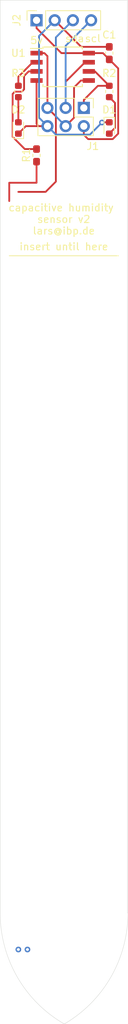
<source format=kicad_pcb>
(kicad_pcb (version 20171130) (host pcbnew "(5.1.2-1)-1")

  (general
    (thickness 1.6)
    (drawings 11)
    (tracks 85)
    (zones 0)
    (modules 9)
    (nets 12)
  )

  (page A4)
  (layers
    (0 F.Cu signal)
    (31 B.Cu signal)
    (32 B.Adhes user)
    (33 F.Adhes user)
    (34 B.Paste user)
    (35 F.Paste user)
    (36 B.SilkS user)
    (37 F.SilkS user)
    (38 B.Mask user)
    (39 F.Mask user)
    (40 Dwgs.User user)
    (41 Cmts.User user)
    (42 Eco1.User user)
    (43 Eco2.User user)
    (44 Edge.Cuts user)
    (45 Margin user)
    (46 B.CrtYd user)
    (47 F.CrtYd user)
    (48 B.Fab user)
    (49 F.Fab user)
  )

  (setup
    (last_trace_width 0.25)
    (trace_clearance 0.2)
    (zone_clearance 0.508)
    (zone_45_only no)
    (trace_min 0.2)
    (via_size 0.8)
    (via_drill 0.4)
    (via_min_size 0.4)
    (via_min_drill 0.3)
    (uvia_size 0.3)
    (uvia_drill 0.1)
    (uvias_allowed no)
    (uvia_min_size 0.2)
    (uvia_min_drill 0.1)
    (edge_width 0.05)
    (segment_width 0.2)
    (pcb_text_width 0.3)
    (pcb_text_size 1.5 1.5)
    (mod_edge_width 0.12)
    (mod_text_size 1 1)
    (mod_text_width 0.15)
    (pad_size 1.524 1.524)
    (pad_drill 0.762)
    (pad_to_mask_clearance 0.051)
    (solder_mask_min_width 0.25)
    (aux_axis_origin 0 0)
    (visible_elements FFFFFF7F)
    (pcbplotparams
      (layerselection 0x010fc_ffffffff)
      (usegerberextensions false)
      (usegerberattributes false)
      (usegerberadvancedattributes false)
      (creategerberjobfile false)
      (excludeedgelayer true)
      (linewidth 0.100000)
      (plotframeref false)
      (viasonmask false)
      (mode 1)
      (useauxorigin false)
      (hpglpennumber 1)
      (hpglpenspeed 20)
      (hpglpendiameter 15.000000)
      (psnegative false)
      (psa4output false)
      (plotreference true)
      (plotvalue true)
      (plotinvisibletext false)
      (padsonsilk false)
      (subtractmaskfromsilk false)
      (outputformat 1)
      (mirror false)
      (drillshape 0)
      (scaleselection 1)
      (outputdirectory "gerber"))
  )

  (net 0 "")
  (net 1 GND)
  (net 2 "Net-(D1-Pad2)")
  (net 3 "Net-(D2-Pad2)")
  (net 4 +5V)
  (net 5 /SCL)
  (net 6 /SDA)
  (net 7 /RESET)
  (net 8 /SENSE_N)
  (net 9 /MISO)
  (net 10 /PB3)
  (net 11 "Net-(R1-Pad1)")

  (net_class Default "This is the default net class."
    (clearance 0.2)
    (trace_width 0.25)
    (via_dia 0.8)
    (via_drill 0.4)
    (uvia_dia 0.3)
    (uvia_drill 0.1)
    (add_net +5V)
    (add_net /MISO)
    (add_net /PB3)
    (add_net /RESET)
    (add_net /SCL)
    (add_net /SDA)
    (add_net /SENSE_N)
    (add_net GND)
    (add_net "Net-(D1-Pad2)")
    (add_net "Net-(D2-Pad2)")
    (add_net "Net-(R1-Pad1)")
  )

  (module LED_SMD:LED_0603_1608Metric (layer F.Cu) (tedit 5B301BBE) (tstamp 5CDD2B3A)
    (at 127 43.18 270)
    (descr "LED SMD 0603 (1608 Metric), square (rectangular) end terminal, IPC_7351 nominal, (Body size source: http://www.tortai-tech.com/upload/download/2011102023233369053.pdf), generated with kicad-footprint-generator")
    (tags diode)
    (path /5CD1AA95)
    (attr smd)
    (fp_text reference D1 (at -2.54 0 180) (layer F.SilkS)
      (effects (font (size 1 1) (thickness 0.15)))
    )
    (fp_text value LED (at 0 -1.524 90) (layer F.Fab)
      (effects (font (size 1 1) (thickness 0.15)))
    )
    (fp_line (start 0.8 -0.4) (end -0.5 -0.4) (layer F.Fab) (width 0.1))
    (fp_line (start -0.5 -0.4) (end -0.8 -0.1) (layer F.Fab) (width 0.1))
    (fp_line (start -0.8 -0.1) (end -0.8 0.4) (layer F.Fab) (width 0.1))
    (fp_line (start -0.8 0.4) (end 0.8 0.4) (layer F.Fab) (width 0.1))
    (fp_line (start 0.8 0.4) (end 0.8 -0.4) (layer F.Fab) (width 0.1))
    (fp_line (start 0.8 -0.735) (end -1.485 -0.735) (layer F.SilkS) (width 0.12))
    (fp_line (start -1.485 -0.735) (end -1.485 0.735) (layer F.SilkS) (width 0.12))
    (fp_line (start -1.485 0.735) (end 0.8 0.735) (layer F.SilkS) (width 0.12))
    (fp_line (start -1.48 0.73) (end -1.48 -0.73) (layer F.CrtYd) (width 0.05))
    (fp_line (start -1.48 -0.73) (end 1.48 -0.73) (layer F.CrtYd) (width 0.05))
    (fp_line (start 1.48 -0.73) (end 1.48 0.73) (layer F.CrtYd) (width 0.05))
    (fp_line (start 1.48 0.73) (end -1.48 0.73) (layer F.CrtYd) (width 0.05))
    (fp_text user %R (at 0 0 90) (layer F.Fab)
      (effects (font (size 0.4 0.4) (thickness 0.06)))
    )
    (pad 1 smd roundrect (at -0.7875 0 270) (size 0.875 0.95) (layers F.Cu F.Paste F.Mask) (roundrect_rratio 0.25)
      (net 1 GND))
    (pad 2 smd roundrect (at 0.7875 0 270) (size 0.875 0.95) (layers F.Cu F.Paste F.Mask) (roundrect_rratio 0.25)
      (net 2 "Net-(D1-Pad2)"))
    (model ${KISYS3DMOD}/LED_SMD.3dshapes/LED_0603_1608Metric.wrl
      (at (xyz 0 0 0))
      (scale (xyz 1 1 1))
      (rotate (xyz 0 0 0))
    )
  )

  (module Connector_PinHeader_2.54mm:PinHeader_2x03_P2.54mm_Vertical (layer F.Cu) (tedit 59FED5CC) (tstamp 5CD1AAE2)
    (at 123.444 40.386 270)
    (descr "Through hole straight pin header, 2x03, 2.54mm pitch, double rows")
    (tags "Through hole pin header THT 2x03 2.54mm double row")
    (path /5CD171A8)
    (fp_text reference J1 (at 5.334 -1.27 180) (layer F.SilkS)
      (effects (font (size 1 1) (thickness 0.15)))
    )
    (fp_text value AVR-ISP-6 (at 1.27 7.41 90) (layer F.Fab)
      (effects (font (size 1 1) (thickness 0.15)))
    )
    (fp_line (start 0 -1.27) (end 3.81 -1.27) (layer F.Fab) (width 0.1))
    (fp_line (start 3.81 -1.27) (end 3.81 6.35) (layer F.Fab) (width 0.1))
    (fp_line (start 3.81 6.35) (end -1.27 6.35) (layer F.Fab) (width 0.1))
    (fp_line (start -1.27 6.35) (end -1.27 0) (layer F.Fab) (width 0.1))
    (fp_line (start -1.27 0) (end 0 -1.27) (layer F.Fab) (width 0.1))
    (fp_line (start -1.33 6.41) (end 3.87 6.41) (layer F.SilkS) (width 0.12))
    (fp_line (start -1.33 1.27) (end -1.33 6.41) (layer F.SilkS) (width 0.12))
    (fp_line (start 3.87 -1.33) (end 3.87 6.41) (layer F.SilkS) (width 0.12))
    (fp_line (start -1.33 1.27) (end 1.27 1.27) (layer F.SilkS) (width 0.12))
    (fp_line (start 1.27 1.27) (end 1.27 -1.33) (layer F.SilkS) (width 0.12))
    (fp_line (start 1.27 -1.33) (end 3.87 -1.33) (layer F.SilkS) (width 0.12))
    (fp_line (start -1.33 0) (end -1.33 -1.33) (layer F.SilkS) (width 0.12))
    (fp_line (start -1.33 -1.33) (end 0 -1.33) (layer F.SilkS) (width 0.12))
    (fp_line (start -1.8 -1.8) (end -1.8 6.85) (layer F.CrtYd) (width 0.05))
    (fp_line (start -1.8 6.85) (end 4.35 6.85) (layer F.CrtYd) (width 0.05))
    (fp_line (start 4.35 6.85) (end 4.35 -1.8) (layer F.CrtYd) (width 0.05))
    (fp_line (start 4.35 -1.8) (end -1.8 -1.8) (layer F.CrtYd) (width 0.05))
    (fp_text user %R (at 1.27 2.54) (layer F.Fab)
      (effects (font (size 1 1) (thickness 0.15)))
    )
    (pad 1 thru_hole rect (at 0 0 270) (size 1.7 1.7) (drill 1) (layers *.Cu *.Mask)
      (net 9 /MISO))
    (pad 2 thru_hole oval (at 2.54 0 270) (size 1.7 1.7) (drill 1) (layers *.Cu *.Mask)
      (net 4 +5V))
    (pad 3 thru_hole oval (at 0 2.54 270) (size 1.7 1.7) (drill 1) (layers *.Cu *.Mask)
      (net 5 /SCL))
    (pad 4 thru_hole oval (at 2.54 2.54 270) (size 1.7 1.7) (drill 1) (layers *.Cu *.Mask)
      (net 6 /SDA))
    (pad 5 thru_hole oval (at 0 5.08 270) (size 1.7 1.7) (drill 1) (layers *.Cu *.Mask)
      (net 7 /RESET))
    (pad 6 thru_hole oval (at 2.54 5.08 270) (size 1.7 1.7) (drill 1) (layers *.Cu *.Mask)
      (net 1 GND))
    (model ${KISYS3DMOD}/Connector_PinHeader_2.54mm.3dshapes/PinHeader_2x03_P2.54mm_Vertical.wrl
      (at (xyz 0 0 0))
      (scale (xyz 1 1 1))
      (rotate (xyz 0 0 0))
    )
  )

  (module Connector_PinSocket_2.54mm:PinSocket_1x04_P2.54mm_Vertical (layer F.Cu) (tedit 5A19A429) (tstamp 5CD1AB2F)
    (at 116.84 28.194 90)
    (descr "Through hole straight socket strip, 1x04, 2.54mm pitch, single row (from Kicad 4.0.7), script generated")
    (tags "Through hole socket strip THT 1x04 2.54mm single row")
    (path /5CD18D67)
    (fp_text reference J2 (at 0 -2.77 90) (layer F.SilkS)
      (effects (font (size 1 1) (thickness 0.15)))
    )
    (fp_text value i2c (at 0 10.39 90) (layer F.Fab)
      (effects (font (size 1 1) (thickness 0.15)))
    )
    (fp_line (start -1.27 -1.27) (end 0.635 -1.27) (layer F.Fab) (width 0.1))
    (fp_line (start 0.635 -1.27) (end 1.27 -0.635) (layer F.Fab) (width 0.1))
    (fp_line (start 1.27 -0.635) (end 1.27 8.89) (layer F.Fab) (width 0.1))
    (fp_line (start 1.27 8.89) (end -1.27 8.89) (layer F.Fab) (width 0.1))
    (fp_line (start -1.27 8.89) (end -1.27 -1.27) (layer F.Fab) (width 0.1))
    (fp_line (start -1.33 1.27) (end 1.33 1.27) (layer F.SilkS) (width 0.12))
    (fp_line (start -1.33 1.27) (end -1.33 8.95) (layer F.SilkS) (width 0.12))
    (fp_line (start -1.33 8.95) (end 1.33 8.95) (layer F.SilkS) (width 0.12))
    (fp_line (start 1.33 1.27) (end 1.33 8.95) (layer F.SilkS) (width 0.12))
    (fp_line (start 1.33 -1.33) (end 1.33 0) (layer F.SilkS) (width 0.12))
    (fp_line (start 0 -1.33) (end 1.33 -1.33) (layer F.SilkS) (width 0.12))
    (fp_line (start -1.8 -1.8) (end 1.75 -1.8) (layer F.CrtYd) (width 0.05))
    (fp_line (start 1.75 -1.8) (end 1.75 9.4) (layer F.CrtYd) (width 0.05))
    (fp_line (start 1.75 9.4) (end -1.8 9.4) (layer F.CrtYd) (width 0.05))
    (fp_line (start -1.8 9.4) (end -1.8 -1.8) (layer F.CrtYd) (width 0.05))
    (fp_text user %R (at 0 3.81) (layer F.Fab)
      (effects (font (size 1 1) (thickness 0.15)))
    )
    (pad 1 thru_hole rect (at 0 0 90) (size 1.7 1.7) (drill 1) (layers *.Cu *.Mask)
      (net 4 +5V))
    (pad 2 thru_hole oval (at 0 2.54 90) (size 1.7 1.7) (drill 1) (layers *.Cu *.Mask)
      (net 1 GND))
    (pad 3 thru_hole oval (at 0 5.08 90) (size 1.7 1.7) (drill 1) (layers *.Cu *.Mask)
      (net 6 /SDA))
    (pad 4 thru_hole oval (at 0 7.62 90) (size 1.7 1.7) (drill 1) (layers *.Cu *.Mask)
      (net 5 /SCL))
    (model ${KISYS3DMOD}/Connector_PinSocket_2.54mm.3dshapes/PinSocket_1x04_P2.54mm_Vertical.wrl
      (at (xyz 0 0 0))
      (scale (xyz 1 1 1))
      (rotate (xyz 0 0 0))
    )
  )

  (module LED_SMD:LED_0603_1608Metric (layer F.Cu) (tedit 5B301BBE) (tstamp 5CDD2B95)
    (at 114.3 43.18 90)
    (descr "LED SMD 0603 (1608 Metric), square (rectangular) end terminal, IPC_7351 nominal, (Body size source: http://www.tortai-tech.com/upload/download/2011102023233369053.pdf), generated with kicad-footprint-generator")
    (tags diode)
    (path /5CD1B7C3)
    (attr smd)
    (fp_text reference D2 (at 2.54 0 180) (layer F.SilkS)
      (effects (font (size 1 1) (thickness 0.15)))
    )
    (fp_text value LED (at 0 -1.524 90) (layer F.Fab)
      (effects (font (size 1 1) (thickness 0.15)))
    )
    (fp_text user %R (at 0 0 90) (layer F.Fab)
      (effects (font (size 0.4 0.4) (thickness 0.06)))
    )
    (fp_line (start 1.48 0.73) (end -1.48 0.73) (layer F.CrtYd) (width 0.05))
    (fp_line (start 1.48 -0.73) (end 1.48 0.73) (layer F.CrtYd) (width 0.05))
    (fp_line (start -1.48 -0.73) (end 1.48 -0.73) (layer F.CrtYd) (width 0.05))
    (fp_line (start -1.48 0.73) (end -1.48 -0.73) (layer F.CrtYd) (width 0.05))
    (fp_line (start -1.485 0.735) (end 0.8 0.735) (layer F.SilkS) (width 0.12))
    (fp_line (start -1.485 -0.735) (end -1.485 0.735) (layer F.SilkS) (width 0.12))
    (fp_line (start 0.8 -0.735) (end -1.485 -0.735) (layer F.SilkS) (width 0.12))
    (fp_line (start 0.8 0.4) (end 0.8 -0.4) (layer F.Fab) (width 0.1))
    (fp_line (start -0.8 0.4) (end 0.8 0.4) (layer F.Fab) (width 0.1))
    (fp_line (start -0.8 -0.1) (end -0.8 0.4) (layer F.Fab) (width 0.1))
    (fp_line (start -0.5 -0.4) (end -0.8 -0.1) (layer F.Fab) (width 0.1))
    (fp_line (start 0.8 -0.4) (end -0.5 -0.4) (layer F.Fab) (width 0.1))
    (pad 2 smd roundrect (at 0.7875 0 90) (size 0.875 0.95) (layers F.Cu F.Paste F.Mask) (roundrect_rratio 0.25)
      (net 3 "Net-(D2-Pad2)"))
    (pad 1 smd roundrect (at -0.7875 0 90) (size 0.875 0.95) (layers F.Cu F.Paste F.Mask) (roundrect_rratio 0.25)
      (net 1 GND))
    (model ${KISYS3DMOD}/LED_SMD.3dshapes/LED_0603_1608Metric.wrl
      (at (xyz 0 0 0))
      (scale (xyz 1 1 1))
      (rotate (xyz 0 0 0))
    )
  )

  (module Resistor_SMD:R_0603_1608Metric (layer F.Cu) (tedit 5B301BBD) (tstamp 5CD1AB6D)
    (at 127 38.1 270)
    (descr "Resistor SMD 0603 (1608 Metric), square (rectangular) end terminal, IPC_7351 nominal, (Body size source: http://www.tortai-tech.com/upload/download/2011102023233369053.pdf), generated with kicad-footprint-generator")
    (tags resistor)
    (path /5CD1BDBC)
    (attr smd)
    (fp_text reference R2 (at -2.54 0 180) (layer F.SilkS)
      (effects (font (size 1 1) (thickness 0.15)))
    )
    (fp_text value 1k (at -0.254 -1.524 90) (layer F.Fab)
      (effects (font (size 1 1) (thickness 0.15)))
    )
    (fp_line (start -0.8 0.4) (end -0.8 -0.4) (layer F.Fab) (width 0.1))
    (fp_line (start -0.8 -0.4) (end 0.8 -0.4) (layer F.Fab) (width 0.1))
    (fp_line (start 0.8 -0.4) (end 0.8 0.4) (layer F.Fab) (width 0.1))
    (fp_line (start 0.8 0.4) (end -0.8 0.4) (layer F.Fab) (width 0.1))
    (fp_line (start -0.162779 -0.51) (end 0.162779 -0.51) (layer F.SilkS) (width 0.12))
    (fp_line (start -0.162779 0.51) (end 0.162779 0.51) (layer F.SilkS) (width 0.12))
    (fp_line (start -1.48 0.73) (end -1.48 -0.73) (layer F.CrtYd) (width 0.05))
    (fp_line (start -1.48 -0.73) (end 1.48 -0.73) (layer F.CrtYd) (width 0.05))
    (fp_line (start 1.48 -0.73) (end 1.48 0.73) (layer F.CrtYd) (width 0.05))
    (fp_line (start 1.48 0.73) (end -1.48 0.73) (layer F.CrtYd) (width 0.05))
    (fp_text user %R (at 0 0 90) (layer F.Fab)
      (effects (font (size 0.4 0.4) (thickness 0.06)))
    )
    (pad 1 smd roundrect (at -0.7875 0 270) (size 0.875 0.95) (layers F.Cu F.Paste F.Mask) (roundrect_rratio 0.25)
      (net 9 /MISO))
    (pad 2 smd roundrect (at 0.7875 0 270) (size 0.875 0.95) (layers F.Cu F.Paste F.Mask) (roundrect_rratio 0.25)
      (net 2 "Net-(D1-Pad2)"))
    (model ${KISYS3DMOD}/Resistor_SMD.3dshapes/R_0603_1608Metric.wrl
      (at (xyz 0 0 0))
      (scale (xyz 1 1 1))
      (rotate (xyz 0 0 0))
    )
  )

  (module Resistor_SMD:R_0603_1608Metric (layer F.Cu) (tedit 5B301BBD) (tstamp 5CD1AA77)
    (at 114.3 38.1 270)
    (descr "Resistor SMD 0603 (1608 Metric), square (rectangular) end terminal, IPC_7351 nominal, (Body size source: http://www.tortai-tech.com/upload/download/2011102023233369053.pdf), generated with kicad-footprint-generator")
    (tags resistor)
    (path /5CD1C1EC)
    (attr smd)
    (fp_text reference R3 (at -2.54 0 180) (layer F.SilkS)
      (effects (font (size 1 1) (thickness 0.15)))
    )
    (fp_text value 1k (at 0 1.43 90) (layer F.Fab)
      (effects (font (size 1 1) (thickness 0.15)))
    )
    (fp_text user %R (at 0 0 90) (layer F.Fab)
      (effects (font (size 0.4 0.4) (thickness 0.06)))
    )
    (fp_line (start 1.48 0.73) (end -1.48 0.73) (layer F.CrtYd) (width 0.05))
    (fp_line (start 1.48 -0.73) (end 1.48 0.73) (layer F.CrtYd) (width 0.05))
    (fp_line (start -1.48 -0.73) (end 1.48 -0.73) (layer F.CrtYd) (width 0.05))
    (fp_line (start -1.48 0.73) (end -1.48 -0.73) (layer F.CrtYd) (width 0.05))
    (fp_line (start -0.162779 0.51) (end 0.162779 0.51) (layer F.SilkS) (width 0.12))
    (fp_line (start -0.162779 -0.51) (end 0.162779 -0.51) (layer F.SilkS) (width 0.12))
    (fp_line (start 0.8 0.4) (end -0.8 0.4) (layer F.Fab) (width 0.1))
    (fp_line (start 0.8 -0.4) (end 0.8 0.4) (layer F.Fab) (width 0.1))
    (fp_line (start -0.8 -0.4) (end 0.8 -0.4) (layer F.Fab) (width 0.1))
    (fp_line (start -0.8 0.4) (end -0.8 -0.4) (layer F.Fab) (width 0.1))
    (pad 2 smd roundrect (at 0.7875 0 270) (size 0.875 0.95) (layers F.Cu F.Paste F.Mask) (roundrect_rratio 0.25)
      (net 3 "Net-(D2-Pad2)"))
    (pad 1 smd roundrect (at -0.7875 0 270) (size 0.875 0.95) (layers F.Cu F.Paste F.Mask) (roundrect_rratio 0.25)
      (net 10 /PB3))
    (model ${KISYS3DMOD}/Resistor_SMD.3dshapes/R_0603_1608Metric.wrl
      (at (xyz 0 0 0))
      (scale (xyz 1 1 1))
      (rotate (xyz 0 0 0))
    )
  )

  (module Package_SO:SOIJ-8_5.3x5.3mm_P1.27mm (layer F.Cu) (tedit 5A02F2D3) (tstamp 5CD1ABDF)
    (at 120.49 34.671)
    (descr "8-Lead Plastic Small Outline (SM) - Medium, 5.28 mm Body [SOIC] (see Microchip Packaging Specification 00000049BS.pdf)")
    (tags "SOIC 1.27")
    (path /5CD1509F)
    (attr smd)
    (fp_text reference U1 (at -6.19 -1.905) (layer F.SilkS)
      (effects (font (size 1 1) (thickness 0.15)))
    )
    (fp_text value ATtiny45-20SU (at 0 3.68) (layer F.Fab) hide
      (effects (font (size 1 1) (thickness 0.15)))
    )
    (fp_text user %R (at 0 0) (layer F.Fab)
      (effects (font (size 1 1) (thickness 0.15)))
    )
    (fp_line (start -1.65 -2.65) (end 2.65 -2.65) (layer F.Fab) (width 0.15))
    (fp_line (start 2.65 -2.65) (end 2.65 2.65) (layer F.Fab) (width 0.15))
    (fp_line (start 2.65 2.65) (end -2.65 2.65) (layer F.Fab) (width 0.15))
    (fp_line (start -2.65 2.65) (end -2.65 -1.65) (layer F.Fab) (width 0.15))
    (fp_line (start -2.65 -1.65) (end -1.65 -2.65) (layer F.Fab) (width 0.15))
    (fp_line (start -4.75 -2.95) (end -4.75 2.95) (layer F.CrtYd) (width 0.05))
    (fp_line (start 4.75 -2.95) (end 4.75 2.95) (layer F.CrtYd) (width 0.05))
    (fp_line (start -4.75 -2.95) (end 4.75 -2.95) (layer F.CrtYd) (width 0.05))
    (fp_line (start -4.75 2.95) (end 4.75 2.95) (layer F.CrtYd) (width 0.05))
    (fp_line (start -2.75 -2.755) (end -2.75 -2.55) (layer F.SilkS) (width 0.15))
    (fp_line (start 2.75 -2.755) (end 2.75 -2.455) (layer F.SilkS) (width 0.15))
    (fp_line (start 2.75 2.755) (end 2.75 2.455) (layer F.SilkS) (width 0.15))
    (fp_line (start -2.75 2.755) (end -2.75 2.455) (layer F.SilkS) (width 0.15))
    (fp_line (start -2.75 -2.755) (end 2.75 -2.755) (layer F.SilkS) (width 0.15))
    (fp_line (start -2.75 2.755) (end 2.75 2.755) (layer F.SilkS) (width 0.15))
    (fp_line (start -2.75 -2.55) (end -4.5 -2.55) (layer F.SilkS) (width 0.15))
    (pad 1 smd rect (at -3.65 -1.905) (size 1.7 0.65) (layers F.Cu F.Paste F.Mask)
      (net 7 /RESET))
    (pad 2 smd rect (at -3.65 -0.635) (size 1.7 0.65) (layers F.Cu F.Paste F.Mask)
      (net 10 /PB3))
    (pad 3 smd rect (at -3.65 0.635) (size 1.7 0.65) (layers F.Cu F.Paste F.Mask)
      (net 8 /SENSE_N))
    (pad 4 smd rect (at -3.65 1.905) (size 1.7 0.65) (layers F.Cu F.Paste F.Mask)
      (net 1 GND))
    (pad 5 smd rect (at 3.65 1.905) (size 1.7 0.65) (layers F.Cu F.Paste F.Mask)
      (net 6 /SDA))
    (pad 6 smd rect (at 3.65 0.635) (size 1.7 0.65) (layers F.Cu F.Paste F.Mask)
      (net 9 /MISO))
    (pad 7 smd rect (at 3.65 -0.635) (size 1.7 0.65) (layers F.Cu F.Paste F.Mask)
      (net 5 /SCL))
    (pad 8 smd rect (at 3.65 -1.905) (size 1.7 0.65) (layers F.Cu F.Paste F.Mask)
      (net 4 +5V))
    (model ${KISYS3DMOD}/Package_SO.3dshapes/SOIJ-8_5.3x5.3mm_P1.27mm.wrl
      (at (xyz 0 0 0))
      (scale (xyz 1 1 1))
      (rotate (xyz 0 0 0))
    )
  )

  (module Resistor_SMD:R_0603_1608Metric_Pad1.05x0.95mm_HandSolder (layer F.Cu) (tedit 5B301BBD) (tstamp 5CDD2590)
    (at 116.84 46.99 90)
    (descr "Resistor SMD 0603 (1608 Metric), square (rectangular) end terminal, IPC_7351 nominal with elongated pad for handsoldering. (Body size source: http://www.tortai-tech.com/upload/download/2011102023233369053.pdf), generated with kicad-footprint-generator")
    (tags "resistor handsolder")
    (path /5CD221CF)
    (attr smd)
    (fp_text reference R1 (at 0 -1.43 90) (layer F.SilkS)
      (effects (font (size 1 1) (thickness 0.15)))
    )
    (fp_text value 500k (at 0 1.43 90) (layer F.Fab)
      (effects (font (size 1 1) (thickness 0.15)))
    )
    (fp_line (start -0.8 0.4) (end -0.8 -0.4) (layer F.Fab) (width 0.1))
    (fp_line (start -0.8 -0.4) (end 0.8 -0.4) (layer F.Fab) (width 0.1))
    (fp_line (start 0.8 -0.4) (end 0.8 0.4) (layer F.Fab) (width 0.1))
    (fp_line (start 0.8 0.4) (end -0.8 0.4) (layer F.Fab) (width 0.1))
    (fp_line (start -0.171267 -0.51) (end 0.171267 -0.51) (layer F.SilkS) (width 0.12))
    (fp_line (start -0.171267 0.51) (end 0.171267 0.51) (layer F.SilkS) (width 0.12))
    (fp_line (start -1.65 0.73) (end -1.65 -0.73) (layer F.CrtYd) (width 0.05))
    (fp_line (start -1.65 -0.73) (end 1.65 -0.73) (layer F.CrtYd) (width 0.05))
    (fp_line (start 1.65 -0.73) (end 1.65 0.73) (layer F.CrtYd) (width 0.05))
    (fp_line (start 1.65 0.73) (end -1.65 0.73) (layer F.CrtYd) (width 0.05))
    (fp_text user %R (at 0 0 90) (layer F.Fab)
      (effects (font (size 0.4 0.4) (thickness 0.06)))
    )
    (pad 1 smd roundrect (at -0.875 0 90) (size 1.05 0.95) (layers F.Cu F.Paste F.Mask) (roundrect_rratio 0.25)
      (net 11 "Net-(R1-Pad1)"))
    (pad 2 smd roundrect (at 0.875 0 90) (size 1.05 0.95) (layers F.Cu F.Paste F.Mask) (roundrect_rratio 0.25)
      (net 8 /SENSE_N))
    (model ${KISYS3DMOD}/Resistor_SMD.3dshapes/R_0603_1608Metric.wrl
      (at (xyz 0 0 0))
      (scale (xyz 1 1 1))
      (rotate (xyz 0 0 0))
    )
  )

  (module Capacitor_SMD:C_0603_1608Metric_Pad1.05x0.95mm_HandSolder (layer F.Cu) (tedit 5B301BBE) (tstamp 5CDD2A4E)
    (at 127 32.766 90)
    (descr "Capacitor SMD 0603 (1608 Metric), square (rectangular) end terminal, IPC_7351 nominal with elongated pad for handsoldering. (Body size source: http://www.tortai-tech.com/upload/download/2011102023233369053.pdf), generated with kicad-footprint-generator")
    (tags "capacitor handsolder")
    (path /5CDD31FE)
    (attr smd)
    (fp_text reference C1 (at 2.54 0 180) (layer F.SilkS)
      (effects (font (size 1 1) (thickness 0.15)))
    )
    (fp_text value 100nF (at 0 1.43 90) (layer F.Fab)
      (effects (font (size 1 1) (thickness 0.15)))
    )
    (fp_line (start -0.8 0.4) (end -0.8 -0.4) (layer F.Fab) (width 0.1))
    (fp_line (start -0.8 -0.4) (end 0.8 -0.4) (layer F.Fab) (width 0.1))
    (fp_line (start 0.8 -0.4) (end 0.8 0.4) (layer F.Fab) (width 0.1))
    (fp_line (start 0.8 0.4) (end -0.8 0.4) (layer F.Fab) (width 0.1))
    (fp_line (start -0.171267 -0.51) (end 0.171267 -0.51) (layer F.SilkS) (width 0.12))
    (fp_line (start -0.171267 0.51) (end 0.171267 0.51) (layer F.SilkS) (width 0.12))
    (fp_line (start -1.65 0.73) (end -1.65 -0.73) (layer F.CrtYd) (width 0.05))
    (fp_line (start -1.65 -0.73) (end 1.65 -0.73) (layer F.CrtYd) (width 0.05))
    (fp_line (start 1.65 -0.73) (end 1.65 0.73) (layer F.CrtYd) (width 0.05))
    (fp_line (start 1.65 0.73) (end -1.65 0.73) (layer F.CrtYd) (width 0.05))
    (fp_text user %R (at 0 0 90) (layer F.Fab)
      (effects (font (size 0.4 0.4) (thickness 0.06)))
    )
    (pad 1 smd roundrect (at -0.875 0 90) (size 1.05 0.95) (layers F.Cu F.Paste F.Mask) (roundrect_rratio 0.25)
      (net 4 +5V))
    (pad 2 smd roundrect (at 0.875 0 90) (size 1.05 0.95) (layers F.Cu F.Paste F.Mask) (roundrect_rratio 0.25)
      (net 1 GND))
    (model ${KISYS3DMOD}/Capacitor_SMD.3dshapes/C_0603_1608Metric.wrl
      (at (xyz 0 0 0))
      (scale (xyz 1 1 1))
      (rotate (xyz 0 0 0))
    )
  )

  (gr_line (start 113.03 60.96) (end 128.27 60.96) (layer F.SilkS) (width 0.12))
  (gr_line (start 111.76 25.4) (end 129.54 25.4) (layer Edge.Cuts) (width 0.05) (tstamp 5CDD2785))
  (gr_arc (start 111.76 152.4) (end 120.718649 167.837362) (angle -59.87243964) (layer Edge.Cuts) (width 0.05))
  (gr_line (start 129.54 25.4) (end 129.54 152.4) (layer Edge.Cuts) (width 0.05))
  (gr_arc (start 129.54 152.4) (end 111.76 152.4) (angle -60.2551187) (layer Edge.Cuts) (width 0.05))
  (gr_line (start 111.76 25.4) (end 111.76 152.4) (layer Edge.Cuts) (width 0.05))
  (gr_text 5v (at 116.84 30.988) (layer F.SilkS)
    (effects (font (size 1 1) (thickness 0.15)))
  )
  (gr_text scl (at 124.714 30.734) (layer F.SilkS)
    (effects (font (size 1 1) (thickness 0.15)))
  )
  (gr_text sda (at 122.174 30.734) (layer F.SilkS)
    (effects (font (size 1 1) (thickness 0.15)))
  )
  (gr_text "capacitive humidity \nsensor v2\nlars@ibp.de" (at 120.65 55.88) (layer F.SilkS)
    (effects (font (size 1 1) (thickness 0.15)))
  )
  (gr_text "insert until here" (at 120.65 59.69) (layer F.SilkS) (tstamp 5CDD2768)
    (effects (font (size 1 1) (thickness 0.15)))
  )

  (segment (start 115.3415 42.926) (end 114.3 43.9675) (width 0.25) (layer F.Cu) (net 1))
  (segment (start 118.364 42.926) (end 115.3415 42.926) (width 0.25) (layer F.Cu) (net 1))
  (segment (start 123.077 31.891) (end 127 31.891) (width 0.25) (layer F.Cu) (net 1))
  (segment (start 119.38 28.194) (end 123.077 31.891) (width 0.25) (layer F.Cu) (net 1))
  (segment (start 116.84 42.604081) (end 116.84 37.151) (width 0.25) (layer F.Cu) (net 1))
  (segment (start 117.161919 42.926) (end 116.84 42.604081) (width 0.25) (layer F.Cu) (net 1))
  (segment (start 116.84 37.151) (end 116.84 36.576) (width 0.25) (layer F.Cu) (net 1))
  (segment (start 118.364 42.926) (end 117.161919 42.926) (width 0.25) (layer F.Cu) (net 1))
  (segment (start 117.188999 41.750999) (end 117.514001 42.076001) (width 0.25) (layer B.Cu) (net 1))
  (segment (start 117.514001 42.076001) (end 118.364 42.926) (width 0.25) (layer B.Cu) (net 1))
  (segment (start 117.188999 30.385001) (end 117.188999 41.750999) (width 0.25) (layer B.Cu) (net 1))
  (segment (start 119.38 28.194) (end 117.188999 30.385001) (width 0.25) (layer B.Cu) (net 1))
  (via (at 125.984 42.418) (size 0.8) (drill 0.4) (layers F.Cu B.Cu) (net 1))
  (segment (start 126.0095 42.3925) (end 125.984 42.418) (width 0.25) (layer F.Cu) (net 1))
  (segment (start 127 42.3925) (end 126.0095 42.3925) (width 0.25) (layer F.Cu) (net 1))
  (segment (start 119.213999 43.775999) (end 118.364 42.926) (width 0.25) (layer B.Cu) (net 1))
  (segment (start 124.300999 44.101001) (end 119.539001 44.101001) (width 0.25) (layer B.Cu) (net 1))
  (segment (start 119.539001 44.101001) (end 119.213999 43.775999) (width 0.25) (layer B.Cu) (net 1))
  (segment (start 125.984 42.418) (end 124.300999 44.101001) (width 0.25) (layer B.Cu) (net 1))
  (segment (start 127.461612 43.505888) (end 127 43.9675) (width 0.25) (layer F.Cu) (net 2))
  (segment (start 127.80001 43.16749) (end 127.461612 43.505888) (width 0.25) (layer F.Cu) (net 2))
  (segment (start 127.80001 39.68751) (end 127.80001 43.16749) (width 0.25) (layer F.Cu) (net 2))
  (segment (start 127 38.8875) (end 127.80001 39.68751) (width 0.25) (layer F.Cu) (net 2))
  (segment (start 114.3 42.3925) (end 114.3 38.8875) (width 0.25) (layer F.Cu) (net 3))
  (segment (start 116.84 29.294) (end 116.84 28.194) (width 0.25) (layer F.Cu) (net 4))
  (segment (start 120.312 32.766) (end 116.84 29.294) (width 0.25) (layer F.Cu) (net 4))
  (segment (start 124.14 32.766) (end 120.312 32.766) (width 0.25) (layer F.Cu) (net 4))
  (segment (start 126.125 32.766) (end 124.14 32.766) (width 0.25) (layer F.Cu) (net 4))
  (segment (start 127 33.641) (end 126.125 32.766) (width 0.25) (layer F.Cu) (net 4))
  (segment (start 128.25002 34.89102) (end 127.499072 34.140072) (width 0.25) (layer F.Cu) (net 4))
  (segment (start 128.25002 43.961474) (end 128.25002 34.89102) (width 0.25) (layer F.Cu) (net 4))
  (segment (start 127.481484 44.73001) (end 128.25002 43.961474) (width 0.25) (layer F.Cu) (net 4))
  (segment (start 127.499072 34.140072) (end 127 33.641) (width 0.25) (layer F.Cu) (net 4))
  (segment (start 124.045929 44.73001) (end 127.481484 44.73001) (width 0.25) (layer F.Cu) (net 4))
  (segment (start 123.444 44.128081) (end 124.045929 44.73001) (width 0.25) (layer F.Cu) (net 4))
  (segment (start 123.444 42.926) (end 123.444 44.128081) (width 0.25) (layer F.Cu) (net 4))
  (segment (start 123.615 34.036) (end 124.14 34.036) (width 0.25) (layer F.Cu) (net 5))
  (segment (start 120.904 36.747) (end 123.615 34.036) (width 0.25) (layer F.Cu) (net 5))
  (segment (start 120.904 40.386) (end 120.904 36.747) (width 0.25) (layer F.Cu) (net 5))
  (segment (start 120.904 31.75) (end 120.904 40.386) (width 0.25) (layer B.Cu) (net 5))
  (segment (start 124.46 28.194) (end 120.904 31.75) (width 0.25) (layer B.Cu) (net 5))
  (segment (start 120.054001 42.076001) (end 120.904 42.926) (width 0.25) (layer B.Cu) (net 6))
  (segment (start 119.539001 30.574999) (end 119.539001 41.561001) (width 0.25) (layer B.Cu) (net 6))
  (segment (start 119.539001 41.561001) (end 120.054001 42.076001) (width 0.25) (layer B.Cu) (net 6))
  (segment (start 121.92 28.194) (end 119.539001 30.574999) (width 0.25) (layer B.Cu) (net 6))
  (segment (start 122.079001 41.750999) (end 121.753999 42.076001) (width 0.25) (layer F.Cu) (net 6))
  (segment (start 122.079001 37.536999) (end 122.079001 41.750999) (width 0.25) (layer F.Cu) (net 6))
  (segment (start 121.753999 42.076001) (end 120.904 42.926) (width 0.25) (layer F.Cu) (net 6))
  (segment (start 123.04 36.576) (end 122.079001 37.536999) (width 0.25) (layer F.Cu) (net 6))
  (segment (start 124.14 36.576) (end 123.04 36.576) (width 0.25) (layer F.Cu) (net 6))
  (via (at 115.57 157.48) (size 0.8) (drill 0.4) (layers F.Cu B.Cu) (net 7))
  (segment (start 118.364 39.183919) (end 118.364 40.386) (width 0.25) (layer F.Cu) (net 7))
  (segment (start 118.364 33.19) (end 118.364 39.183919) (width 0.25) (layer F.Cu) (net 7))
  (segment (start 117.94 32.766) (end 118.364 33.19) (width 0.25) (layer F.Cu) (net 7))
  (segment (start 116.84 32.766) (end 117.94 32.766) (width 0.25) (layer F.Cu) (net 7))
  (segment (start 119.539001 41.561001) (end 119.539001 50.640999) (width 0.25) (layer F.Cu) (net 7))
  (segment (start 118.364 40.386) (end 119.539001 41.561001) (width 0.25) (layer F.Cu) (net 7))
  (segment (start 119.539001 50.640999) (end 118.11 52.07) (width 0.25) (layer F.Cu) (net 7))
  (segment (start 118.11 52.07) (end 114.3 52.07) (width 0.25) (layer F.Cu) (net 7))
  (via (at 114.3 157.48) (size 0.8) (drill 0.4) (layers F.Cu B.Cu) (net 8) (tstamp 5CDD2CBE))
  (segment (start 115.203506 46.115) (end 116.265 46.115) (width 0.25) (layer F.Cu) (net 8))
  (segment (start 113.49999 44.411484) (end 115.203506 46.115) (width 0.25) (layer F.Cu) (net 8))
  (segment (start 113.49999 38.443516) (end 113.49999 44.411484) (width 0.25) (layer F.Cu) (net 8))
  (segment (start 116.265 46.115) (end 116.84 46.115) (width 0.25) (layer F.Cu) (net 8))
  (segment (start 114.781484 38.12499) (end 113.818516 38.12499) (width 0.25) (layer F.Cu) (net 8))
  (segment (start 115.10001 35.94599) (end 115.10001 37.806464) (width 0.25) (layer F.Cu) (net 8))
  (segment (start 115.74 35.306) (end 115.10001 35.94599) (width 0.25) (layer F.Cu) (net 8))
  (segment (start 113.818516 38.12499) (end 113.49999 38.443516) (width 0.25) (layer F.Cu) (net 8))
  (segment (start 115.10001 37.806464) (end 114.781484 38.12499) (width 0.25) (layer F.Cu) (net 8))
  (segment (start 116.84 35.306) (end 115.74 35.306) (width 0.25) (layer F.Cu) (net 8))
  (segment (start 126.538388 36.850888) (end 127 37.3125) (width 0.25) (layer F.Cu) (net 9))
  (segment (start 124.9935 35.306) (end 126.538388 36.850888) (width 0.25) (layer F.Cu) (net 9))
  (segment (start 124.14 35.306) (end 124.9935 35.306) (width 0.25) (layer F.Cu) (net 9))
  (segment (start 126.425 37.3125) (end 127 37.3125) (width 0.25) (layer F.Cu) (net 9))
  (segment (start 125.4175 37.3125) (end 126.425 37.3125) (width 0.25) (layer F.Cu) (net 9))
  (segment (start 123.444 39.286) (end 125.4175 37.3125) (width 0.25) (layer F.Cu) (net 9))
  (segment (start 123.444 40.386) (end 123.444 39.286) (width 0.25) (layer F.Cu) (net 9))
  (segment (start 114.3 36.775) (end 114.3 37.3125) (width 0.25) (layer F.Cu) (net 10))
  (segment (start 114.3 36.051) (end 114.3 36.775) (width 0.25) (layer F.Cu) (net 10))
  (segment (start 116.315 34.036) (end 114.3 36.051) (width 0.25) (layer F.Cu) (net 10))
  (segment (start 116.84 34.036) (end 116.315 34.036) (width 0.25) (layer F.Cu) (net 10))
  (segment (start 116.84 47.7775) (end 116.84 50.8) (width 0.25) (layer F.Cu) (net 11) (status 10))
  (segment (start 116.84 50.8) (end 114.3 50.8) (width 0.25) (layer F.Cu) (net 11))
  (segment (start 114.3 50.8) (end 113.03 50.8) (width 0.25) (layer F.Cu) (net 11))
  (segment (start 113.03 50.8) (end 113.03 53.34) (width 0.25) (layer F.Cu) (net 11))

)

</source>
